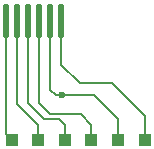
<source format=gbr>
%TF.GenerationSoftware,KiCad,Pcbnew,8.0.4*%
%TF.CreationDate,2025-09-19T21:13:21+01:00*%
%TF.ProjectId,av-connector-breakout,61762d63-6f6e-46e6-9563-746f722d6272,rev?*%
%TF.SameCoordinates,Original*%
%TF.FileFunction,Copper,L1,Top*%
%TF.FilePolarity,Positive*%
%FSLAX46Y46*%
G04 Gerber Fmt 4.6, Leading zero omitted, Abs format (unit mm)*
G04 Created by KiCad (PCBNEW 8.0.4) date 2025-09-19 21:13:21*
%MOMM*%
%LPD*%
G01*
G04 APERTURE LIST*
G04 Aperture macros list*
%AMRoundRect*
0 Rectangle with rounded corners*
0 $1 Rounding radius*
0 $2 $3 $4 $5 $6 $7 $8 $9 X,Y pos of 4 corners*
0 Add a 4 corners polygon primitive as box body*
4,1,4,$2,$3,$4,$5,$6,$7,$8,$9,$2,$3,0*
0 Add four circle primitives for the rounded corners*
1,1,$1+$1,$2,$3*
1,1,$1+$1,$4,$5*
1,1,$1+$1,$6,$7*
1,1,$1+$1,$8,$9*
0 Add four rect primitives between the rounded corners*
20,1,$1+$1,$2,$3,$4,$5,0*
20,1,$1+$1,$4,$5,$6,$7,0*
20,1,$1+$1,$6,$7,$8,$9,0*
20,1,$1+$1,$8,$9,$2,$3,0*%
G04 Aperture macros list end*
%TA.AperFunction,SMDPad,CuDef*%
%ADD10R,1.000000X1.000000*%
%TD*%
%TA.AperFunction,SMDPad,CuDef*%
%ADD11RoundRect,0.117500X0.117500X1.332500X-0.117500X1.332500X-0.117500X-1.332500X0.117500X-1.332500X0*%
%TD*%
%TA.AperFunction,ViaPad*%
%ADD12C,0.600000*%
%TD*%
%TA.AperFunction,Conductor*%
%ADD13C,0.200000*%
%TD*%
G04 APERTURE END LIST*
D10*
%TO.P,TP5,1,1*%
%TO.N,/GND*%
X170250000Y-73750000D03*
%TD*%
%TO.P,TP1,1,1*%
%TO.N,/PSPMICIN*%
X161250000Y-73750000D03*
%TD*%
D11*
%TO.P,U1,1,MIC_IN*%
%TO.N,/PSPMICIN*%
X160800500Y-63687500D03*
%TO.P,U1,2,UART4_TX*%
%TO.N,/PSPTX*%
X161720500Y-63687500D03*
%TO.P,U1,3,UART_GND*%
%TO.N,/UART_GND*%
X162640500Y-63687500D03*
%TO.P,U1,4,LUMA_(Y)*%
%TO.N,/LUMA_Y*%
X163560500Y-63687500D03*
%TO.P,U1,5,VIDEO_GND*%
%TO.N,/GND*%
X164480500Y-63687500D03*
%TO.P,U1,6,RED/LUMA_(Pr)*%
%TO.N,/RED_LUMA_PR*%
X165400500Y-63687500D03*
%TD*%
D10*
%TO.P,TP6,1,1*%
%TO.N,/RED_LUMA_PR*%
X172500000Y-73750000D03*
%TD*%
%TO.P,TP2,1,1*%
%TO.N,/PSPTX*%
X163500000Y-73750000D03*
%TD*%
%TO.P,TP3,1,1*%
%TO.N,/UART_GND*%
X165750000Y-73750000D03*
%TD*%
%TO.P,TP4,1,1*%
%TO.N,/LUMA_Y*%
X168000000Y-73750000D03*
%TD*%
D12*
%TO.N,/GND*%
X165500000Y-70000000D03*
%TD*%
D13*
%TO.N,/PSPTX*%
X161720500Y-70720500D02*
X163500000Y-72500000D01*
X163500000Y-72500000D02*
X163500000Y-73750000D01*
X161720500Y-63687500D02*
X161720500Y-70720500D01*
%TO.N,/GND*%
X170250000Y-72000000D02*
X170250000Y-73750000D01*
X168250000Y-70000000D02*
X170250000Y-72000000D01*
X164961000Y-70000000D02*
X164480500Y-69519500D01*
X165500000Y-70000000D02*
X168250000Y-70000000D01*
X164480500Y-69519500D02*
X164480500Y-63687500D01*
X164961000Y-70000000D02*
X165500000Y-70000000D01*
%TO.N,/LUMA_Y*%
X167100000Y-71600000D02*
X168000000Y-72500000D01*
X163560500Y-70660500D02*
X164500000Y-71600000D01*
X163560500Y-63687500D02*
X163560500Y-70660500D01*
X164500000Y-71600000D02*
X167100000Y-71600000D01*
X168000000Y-72500000D02*
X168000000Y-73750000D01*
%TO.N,/RED_LUMA_PR*%
X169750000Y-69000000D02*
X172500000Y-71750000D01*
X165400500Y-63687500D02*
X165400500Y-67400500D01*
X172500000Y-71750000D02*
X172500000Y-73750000D01*
X167000000Y-69000000D02*
X169750000Y-69000000D01*
X165400500Y-67400500D02*
X167000000Y-69000000D01*
%TO.N,/PSPMICIN*%
X160800500Y-73300500D02*
X161250000Y-73750000D01*
X160800500Y-63687500D02*
X160800500Y-73300500D01*
%TO.N,/UART_GND*%
X162640500Y-63687500D02*
X162640500Y-70640500D01*
X164000000Y-72000000D02*
X165250000Y-72000000D01*
X162640500Y-70640500D02*
X164000000Y-72000000D01*
X165750000Y-72500000D02*
X165750000Y-73750000D01*
X165250000Y-72000000D02*
X165750000Y-72500000D01*
%TD*%
M02*

</source>
